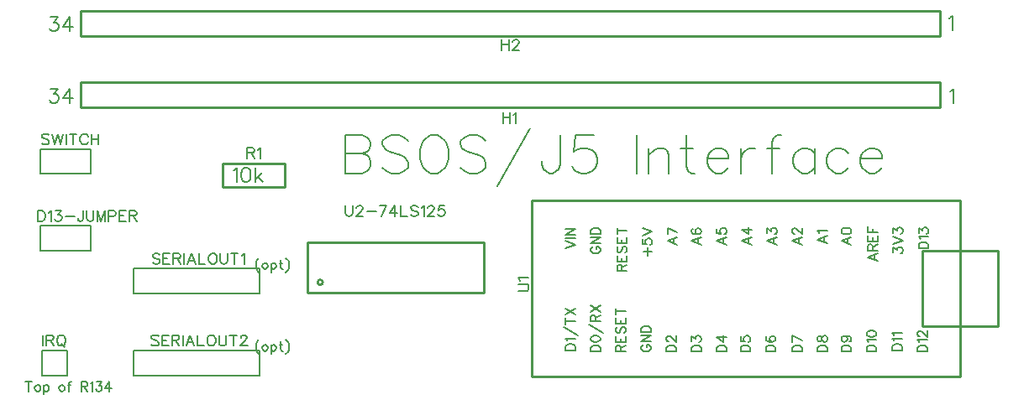
<source format=gto>
G04 Layer: TopSilkLayer*
G04 EasyEDA v6.4.17, 2021-03-07T18:10:31--5:00*
G04 e25061b296f74d69aa4e7e1dce6dd44d,c4bdc1ed97a445b28c1ad428ea0dbb50,10*
G04 Gerber Generator version 0.2*
G04 Scale: 100 percent, Rotated: No, Reflected: No *
G04 Dimensions in millimeters *
G04 leading zeros omitted , absolute positions ,4 integer and 5 decimal *
%FSLAX45Y45*%
%MOMM*%

%ADD10C,0.2540*%
%ADD25C,0.2032*%
%ADD26C,0.2030*%
%ADD27C,0.2286*%
%ADD28C,0.1524*%

%LPD*%
D25*
X895350Y-9716262D02*
G01*
X895350Y-9811765D01*
X863600Y-9716262D02*
G01*
X927354Y-9716262D01*
X979931Y-9748012D02*
G01*
X970787Y-9752584D01*
X961897Y-9761728D01*
X957326Y-9775189D01*
X957326Y-9784334D01*
X961897Y-9798050D01*
X970787Y-9807194D01*
X979931Y-9811765D01*
X993647Y-9811765D01*
X1002792Y-9807194D01*
X1011681Y-9798050D01*
X1016254Y-9784334D01*
X1016254Y-9775189D01*
X1011681Y-9761728D01*
X1002792Y-9752584D01*
X993647Y-9748012D01*
X979931Y-9748012D01*
X1046226Y-9748012D02*
G01*
X1046226Y-9843515D01*
X1046226Y-9761728D02*
G01*
X1055370Y-9752584D01*
X1064513Y-9748012D01*
X1078229Y-9748012D01*
X1087120Y-9752584D01*
X1096263Y-9761728D01*
X1100836Y-9775189D01*
X1100836Y-9784334D01*
X1096263Y-9798050D01*
X1087120Y-9807194D01*
X1078229Y-9811765D01*
X1064513Y-9811765D01*
X1055370Y-9807194D01*
X1046226Y-9798050D01*
X1223518Y-9748012D02*
G01*
X1214628Y-9752584D01*
X1205484Y-9761728D01*
X1200912Y-9775189D01*
X1200912Y-9784334D01*
X1205484Y-9798050D01*
X1214628Y-9807194D01*
X1223518Y-9811765D01*
X1237234Y-9811765D01*
X1246378Y-9807194D01*
X1255521Y-9798050D01*
X1259839Y-9784334D01*
X1259839Y-9775189D01*
X1255521Y-9761728D01*
X1246378Y-9752584D01*
X1237234Y-9748012D01*
X1223518Y-9748012D01*
X1326387Y-9716262D02*
G01*
X1317244Y-9716262D01*
X1308100Y-9720834D01*
X1303528Y-9734295D01*
X1303528Y-9811765D01*
X1290065Y-9748012D02*
G01*
X1321815Y-9748012D01*
X1426210Y-9716262D02*
G01*
X1426210Y-9811765D01*
X1426210Y-9716262D02*
G01*
X1467357Y-9716262D01*
X1480820Y-9720834D01*
X1485392Y-9725405D01*
X1489963Y-9734295D01*
X1489963Y-9743439D01*
X1485392Y-9752584D01*
X1480820Y-9757155D01*
X1467357Y-9761728D01*
X1426210Y-9761728D01*
X1458213Y-9761728D02*
G01*
X1489963Y-9811765D01*
X1519936Y-9734295D02*
G01*
X1529079Y-9729724D01*
X1542795Y-9716262D01*
X1542795Y-9811765D01*
X1581657Y-9716262D02*
G01*
X1631695Y-9716262D01*
X1604518Y-9752584D01*
X1618234Y-9752584D01*
X1627123Y-9757155D01*
X1631695Y-9761728D01*
X1636268Y-9775189D01*
X1636268Y-9784334D01*
X1631695Y-9798050D01*
X1622805Y-9807194D01*
X1609089Y-9811765D01*
X1595373Y-9811765D01*
X1581657Y-9807194D01*
X1577339Y-9802621D01*
X1572768Y-9793478D01*
X1711705Y-9716262D02*
G01*
X1666239Y-9779762D01*
X1734565Y-9779762D01*
X1711705Y-9716262D02*
G01*
X1711705Y-9811765D01*
X4089400Y-7229094D02*
G01*
X4089400Y-7610855D01*
X4089400Y-7229094D02*
G01*
X4252975Y-7229094D01*
X4307586Y-7247128D01*
X4325874Y-7265415D01*
X4343908Y-7301737D01*
X4343908Y-7338060D01*
X4325874Y-7374636D01*
X4307586Y-7392670D01*
X4252975Y-7410958D01*
X4089400Y-7410958D02*
G01*
X4252975Y-7410958D01*
X4307586Y-7428992D01*
X4325874Y-7447279D01*
X4343908Y-7483602D01*
X4343908Y-7538212D01*
X4325874Y-7574534D01*
X4307586Y-7592821D01*
X4252975Y-7610855D01*
X4089400Y-7610855D01*
X4718558Y-7283704D02*
G01*
X4682236Y-7247128D01*
X4627625Y-7229094D01*
X4554727Y-7229094D01*
X4500372Y-7247128D01*
X4464050Y-7283704D01*
X4464050Y-7320026D01*
X4482084Y-7356347D01*
X4500372Y-7374636D01*
X4536693Y-7392670D01*
X4645659Y-7428992D01*
X4682236Y-7447279D01*
X4700270Y-7465313D01*
X4718558Y-7501889D01*
X4718558Y-7556245D01*
X4682236Y-7592821D01*
X4627625Y-7610855D01*
X4554727Y-7610855D01*
X4500372Y-7592821D01*
X4464050Y-7556245D01*
X4947665Y-7229094D02*
G01*
X4911343Y-7247128D01*
X4874768Y-7283704D01*
X4856734Y-7320026D01*
X4838445Y-7374636D01*
X4838445Y-7465313D01*
X4856734Y-7519923D01*
X4874768Y-7556245D01*
X4911343Y-7592821D01*
X4947665Y-7610855D01*
X5020309Y-7610855D01*
X5056631Y-7592821D01*
X5092954Y-7556245D01*
X5111241Y-7519923D01*
X5129275Y-7465313D01*
X5129275Y-7374636D01*
X5111241Y-7320026D01*
X5092954Y-7283704D01*
X5056631Y-7247128D01*
X5020309Y-7229094D01*
X4947665Y-7229094D01*
X5503925Y-7283704D02*
G01*
X5467604Y-7247128D01*
X5412993Y-7229094D01*
X5340350Y-7229094D01*
X5285740Y-7247128D01*
X5249418Y-7283704D01*
X5249418Y-7320026D01*
X5267706Y-7356347D01*
X5285740Y-7374636D01*
X5322061Y-7392670D01*
X5431281Y-7428992D01*
X5467604Y-7447279D01*
X5485638Y-7465313D01*
X5503925Y-7501889D01*
X5503925Y-7556245D01*
X5467604Y-7592821D01*
X5412993Y-7610855D01*
X5340350Y-7610855D01*
X5285740Y-7592821D01*
X5249418Y-7556245D01*
X5951220Y-7156450D02*
G01*
X5624068Y-7738110D01*
X6252972Y-7229094D02*
G01*
X6252972Y-7519923D01*
X6234938Y-7574534D01*
X6216650Y-7592821D01*
X6180327Y-7610855D01*
X6144006Y-7610855D01*
X6107684Y-7592821D01*
X6089395Y-7574534D01*
X6071108Y-7519923D01*
X6071108Y-7483602D01*
X6591300Y-7229094D02*
G01*
X6409436Y-7229094D01*
X6391147Y-7392670D01*
X6409436Y-7374636D01*
X6464045Y-7356347D01*
X6518402Y-7356347D01*
X6573011Y-7374636D01*
X6609334Y-7410958D01*
X6627622Y-7465313D01*
X6627622Y-7501889D01*
X6609334Y-7556245D01*
X6573011Y-7592821D01*
X6518402Y-7610855D01*
X6464045Y-7610855D01*
X6409436Y-7592821D01*
X6391147Y-7574534D01*
X6373113Y-7538212D01*
X7027672Y-7229094D02*
G01*
X7027672Y-7610855D01*
X7147559Y-7356347D02*
G01*
X7147559Y-7610855D01*
X7147559Y-7428992D02*
G01*
X7202170Y-7374636D01*
X7238491Y-7356347D01*
X7293102Y-7356347D01*
X7329424Y-7374636D01*
X7347458Y-7428992D01*
X7347458Y-7610855D01*
X7522209Y-7229094D02*
G01*
X7522209Y-7538212D01*
X7540243Y-7592821D01*
X7576565Y-7610855D01*
X7613141Y-7610855D01*
X7467600Y-7356347D02*
G01*
X7594854Y-7356347D01*
X7733029Y-7465313D02*
G01*
X7951215Y-7465313D01*
X7951215Y-7428992D01*
X7932927Y-7392670D01*
X7914893Y-7374636D01*
X7878572Y-7356347D01*
X7823961Y-7356347D01*
X7787640Y-7374636D01*
X7751318Y-7410958D01*
X7733029Y-7465313D01*
X7733029Y-7501889D01*
X7751318Y-7556245D01*
X7787640Y-7592821D01*
X7823961Y-7610855D01*
X7878572Y-7610855D01*
X7914893Y-7592821D01*
X7951215Y-7556245D01*
X8071104Y-7356347D02*
G01*
X8071104Y-7610855D01*
X8071104Y-7465313D02*
G01*
X8089391Y-7410958D01*
X8125713Y-7374636D01*
X8162036Y-7356347D01*
X8216645Y-7356347D01*
X8482075Y-7229094D02*
G01*
X8445754Y-7229094D01*
X8409431Y-7247128D01*
X8391143Y-7301737D01*
X8391143Y-7610855D01*
X8336788Y-7356347D02*
G01*
X8464041Y-7356347D01*
X8820404Y-7356347D02*
G01*
X8820404Y-7610855D01*
X8820404Y-7410958D02*
G01*
X8783827Y-7374636D01*
X8747506Y-7356347D01*
X8693150Y-7356347D01*
X8656574Y-7374636D01*
X8620252Y-7410958D01*
X8602218Y-7465313D01*
X8602218Y-7501889D01*
X8620252Y-7556245D01*
X8656574Y-7592821D01*
X8693150Y-7610855D01*
X8747506Y-7610855D01*
X8783827Y-7592821D01*
X8820404Y-7556245D01*
X9158477Y-7410958D02*
G01*
X9122156Y-7374636D01*
X9085834Y-7356347D01*
X9031224Y-7356347D01*
X8994902Y-7374636D01*
X8958579Y-7410958D01*
X8940291Y-7465313D01*
X8940291Y-7501889D01*
X8958579Y-7556245D01*
X8994902Y-7592821D01*
X9031224Y-7610855D01*
X9085834Y-7610855D01*
X9122156Y-7592821D01*
X9158477Y-7556245D01*
X9278365Y-7465313D02*
G01*
X9496552Y-7465313D01*
X9496552Y-7428992D01*
X9478518Y-7392670D01*
X9460229Y-7374636D01*
X9423908Y-7356347D01*
X9369297Y-7356347D01*
X9332975Y-7374636D01*
X9296654Y-7410958D01*
X9278365Y-7465313D01*
X9278365Y-7501889D01*
X9296654Y-7556245D01*
X9332975Y-7592821D01*
X9369297Y-7610855D01*
X9423908Y-7610855D01*
X9460229Y-7592821D01*
X9496552Y-7556245D01*
X2959100Y-7584694D02*
G01*
X2972815Y-7578089D01*
X2993136Y-7557515D01*
X2993136Y-7700771D01*
X3078988Y-7557515D02*
G01*
X3058668Y-7564373D01*
X3044952Y-7584694D01*
X3038093Y-7618984D01*
X3038093Y-7639304D01*
X3044952Y-7673339D01*
X3058668Y-7693913D01*
X3078988Y-7700771D01*
X3092704Y-7700771D01*
X3113277Y-7693913D01*
X3126740Y-7673339D01*
X3133597Y-7639304D01*
X3133597Y-7618984D01*
X3126740Y-7584694D01*
X3113277Y-7564373D01*
X3092704Y-7557515D01*
X3078988Y-7557515D01*
X3178556Y-7557515D02*
G01*
X3178556Y-7700771D01*
X3246881Y-7605268D02*
G01*
X3178556Y-7673339D01*
X3205988Y-7646162D02*
G01*
X3253740Y-7700771D01*
X1118615Y-6033515D02*
G01*
X1193545Y-6033515D01*
X1152652Y-6088126D01*
X1172971Y-6088126D01*
X1186687Y-6094984D01*
X1193545Y-6101842D01*
X1200404Y-6122162D01*
X1200404Y-6135878D01*
X1193545Y-6156197D01*
X1179829Y-6169913D01*
X1159510Y-6176771D01*
X1138936Y-6176771D01*
X1118615Y-6169913D01*
X1111757Y-6163055D01*
X1104900Y-6149339D01*
X1313434Y-6033515D02*
G01*
X1245362Y-6129020D01*
X1347723Y-6129020D01*
X1313434Y-6033515D02*
G01*
X1313434Y-6176771D01*
X1118615Y-6757415D02*
G01*
X1193545Y-6757415D01*
X1152652Y-6812026D01*
X1172971Y-6812026D01*
X1186687Y-6818884D01*
X1193545Y-6825742D01*
X1200404Y-6846062D01*
X1200404Y-6859778D01*
X1193545Y-6880097D01*
X1179829Y-6893813D01*
X1159510Y-6900671D01*
X1138936Y-6900671D01*
X1118615Y-6893813D01*
X1111757Y-6886955D01*
X1104900Y-6873239D01*
X1313434Y-6757415D02*
G01*
X1245362Y-6852920D01*
X1347723Y-6852920D01*
X1313434Y-6757415D02*
G01*
X1313434Y-6900671D01*
X10172700Y-6047994D02*
G01*
X10186415Y-6041389D01*
X10206736Y-6020815D01*
X10206736Y-6164071D01*
X10185400Y-6784594D02*
G01*
X10199115Y-6777989D01*
X10219436Y-6757415D01*
X10219436Y-6900671D01*
X3219450Y-9291574D02*
G01*
X3210306Y-9300718D01*
X3201415Y-9314434D01*
X3192272Y-9332468D01*
X3187700Y-9355328D01*
X3187700Y-9373362D01*
X3192272Y-9396221D01*
X3201415Y-9414255D01*
X3210306Y-9427971D01*
X3219450Y-9437115D01*
X3272281Y-9341612D02*
G01*
X3263138Y-9346184D01*
X3253993Y-9355328D01*
X3249422Y-9368789D01*
X3249422Y-9377934D01*
X3253993Y-9391650D01*
X3263138Y-9400794D01*
X3272281Y-9405365D01*
X3285997Y-9405365D01*
X3294888Y-9400794D01*
X3304031Y-9391650D01*
X3308604Y-9377934D01*
X3308604Y-9368789D01*
X3304031Y-9355328D01*
X3294888Y-9346184D01*
X3285997Y-9341612D01*
X3272281Y-9341612D01*
X3338575Y-9341612D02*
G01*
X3338575Y-9437115D01*
X3338575Y-9355328D02*
G01*
X3347720Y-9346184D01*
X3356863Y-9341612D01*
X3370325Y-9341612D01*
X3379470Y-9346184D01*
X3388613Y-9355328D01*
X3393186Y-9368789D01*
X3393186Y-9377934D01*
X3388613Y-9391650D01*
X3379470Y-9400794D01*
X3370325Y-9405365D01*
X3356863Y-9405365D01*
X3347720Y-9400794D01*
X3338575Y-9391650D01*
X3436874Y-9309862D02*
G01*
X3436874Y-9387078D01*
X3441445Y-9400794D01*
X3450336Y-9405365D01*
X3459479Y-9405365D01*
X3423158Y-9341612D02*
G01*
X3454908Y-9341612D01*
X3489452Y-9291574D02*
G01*
X3498595Y-9300718D01*
X3507740Y-9314434D01*
X3516884Y-9332468D01*
X3521456Y-9355328D01*
X3521456Y-9373362D01*
X3516884Y-9396221D01*
X3507740Y-9414255D01*
X3498595Y-9427971D01*
X3489452Y-9437115D01*
X3219450Y-8466074D02*
G01*
X3210306Y-8475218D01*
X3201415Y-8488934D01*
X3192272Y-8506968D01*
X3187700Y-8529828D01*
X3187700Y-8547862D01*
X3192272Y-8570721D01*
X3201415Y-8588755D01*
X3210306Y-8602471D01*
X3219450Y-8611615D01*
X3272281Y-8516112D02*
G01*
X3263138Y-8520684D01*
X3253993Y-8529828D01*
X3249422Y-8543289D01*
X3249422Y-8552434D01*
X3253993Y-8566150D01*
X3263138Y-8575294D01*
X3272281Y-8579865D01*
X3285997Y-8579865D01*
X3294888Y-8575294D01*
X3304031Y-8566150D01*
X3308604Y-8552434D01*
X3308604Y-8543289D01*
X3304031Y-8529828D01*
X3294888Y-8520684D01*
X3285997Y-8516112D01*
X3272281Y-8516112D01*
X3338575Y-8516112D02*
G01*
X3338575Y-8611615D01*
X3338575Y-8529828D02*
G01*
X3347720Y-8520684D01*
X3356863Y-8516112D01*
X3370325Y-8516112D01*
X3379470Y-8520684D01*
X3388613Y-8529828D01*
X3393186Y-8543289D01*
X3393186Y-8552434D01*
X3388613Y-8566150D01*
X3379470Y-8575294D01*
X3370325Y-8579865D01*
X3356863Y-8579865D01*
X3347720Y-8575294D01*
X3338575Y-8566150D01*
X3436874Y-8484362D02*
G01*
X3436874Y-8561578D01*
X3441445Y-8575294D01*
X3450336Y-8579865D01*
X3459479Y-8579865D01*
X3423158Y-8516112D02*
G01*
X3454908Y-8516112D01*
X3489452Y-8466074D02*
G01*
X3498595Y-8475218D01*
X3507740Y-8488934D01*
X3516884Y-8506968D01*
X3521456Y-8529828D01*
X3521456Y-8547862D01*
X3516884Y-8570721D01*
X3507740Y-8588755D01*
X3498595Y-8602471D01*
X3489452Y-8611615D01*
D28*
X1101344Y-7228078D02*
G01*
X1090929Y-7217663D01*
X1075436Y-7212584D01*
X1054607Y-7212584D01*
X1039113Y-7217663D01*
X1028700Y-7228078D01*
X1028700Y-7238492D01*
X1033779Y-7248905D01*
X1039113Y-7254239D01*
X1049528Y-7259320D01*
X1080770Y-7269734D01*
X1090929Y-7274813D01*
X1096263Y-7280147D01*
X1101344Y-7290562D01*
X1101344Y-7306055D01*
X1090929Y-7316470D01*
X1075436Y-7321550D01*
X1054607Y-7321550D01*
X1039113Y-7316470D01*
X1028700Y-7306055D01*
X1135634Y-7212584D02*
G01*
X1161795Y-7321550D01*
X1187704Y-7212584D02*
G01*
X1161795Y-7321550D01*
X1187704Y-7212584D02*
G01*
X1213612Y-7321550D01*
X1239520Y-7212584D02*
G01*
X1213612Y-7321550D01*
X1273810Y-7212584D02*
G01*
X1273810Y-7321550D01*
X1344676Y-7212584D02*
G01*
X1344676Y-7321550D01*
X1308100Y-7212584D02*
G01*
X1380997Y-7212584D01*
X1493265Y-7238492D02*
G01*
X1487931Y-7228078D01*
X1477518Y-7217663D01*
X1467104Y-7212584D01*
X1446529Y-7212584D01*
X1436115Y-7217663D01*
X1425702Y-7228078D01*
X1420368Y-7238492D01*
X1415287Y-7254239D01*
X1415287Y-7280147D01*
X1420368Y-7295642D01*
X1425702Y-7306055D01*
X1436115Y-7316470D01*
X1446529Y-7321550D01*
X1467104Y-7321550D01*
X1477518Y-7316470D01*
X1487931Y-7306055D01*
X1493265Y-7295642D01*
X1527555Y-7212584D02*
G01*
X1527555Y-7321550D01*
X1600200Y-7212584D02*
G01*
X1600200Y-7321550D01*
X1527555Y-7264400D02*
G01*
X1600200Y-7264400D01*
X990600Y-7987284D02*
G01*
X990600Y-8096250D01*
X990600Y-7987284D02*
G01*
X1026921Y-7987284D01*
X1042670Y-7992363D01*
X1052829Y-8002778D01*
X1058163Y-8013192D01*
X1063244Y-8028939D01*
X1063244Y-8054847D01*
X1058163Y-8070342D01*
X1052829Y-8080755D01*
X1042670Y-8091170D01*
X1026921Y-8096250D01*
X990600Y-8096250D01*
X1097534Y-8008112D02*
G01*
X1107947Y-8002778D01*
X1123695Y-7987284D01*
X1123695Y-8096250D01*
X1168400Y-7987284D02*
G01*
X1225550Y-7987284D01*
X1194307Y-8028939D01*
X1209802Y-8028939D01*
X1220215Y-8034020D01*
X1225550Y-8039100D01*
X1230629Y-8054847D01*
X1230629Y-8065262D01*
X1225550Y-8080755D01*
X1215136Y-8091170D01*
X1199387Y-8096250D01*
X1183894Y-8096250D01*
X1168400Y-8091170D01*
X1163065Y-8086089D01*
X1157986Y-8075676D01*
X1264920Y-8049513D02*
G01*
X1358392Y-8049513D01*
X1444752Y-7987284D02*
G01*
X1444752Y-8070342D01*
X1439418Y-8086089D01*
X1434337Y-8091170D01*
X1423923Y-8096250D01*
X1413510Y-8096250D01*
X1403095Y-8091170D01*
X1398015Y-8086089D01*
X1392681Y-8070342D01*
X1392681Y-8059928D01*
X1479042Y-7987284D02*
G01*
X1479042Y-8065262D01*
X1484121Y-8080755D01*
X1494536Y-8091170D01*
X1510029Y-8096250D01*
X1520444Y-8096250D01*
X1536192Y-8091170D01*
X1546605Y-8080755D01*
X1551686Y-8065262D01*
X1551686Y-7987284D01*
X1585976Y-7987284D02*
G01*
X1585976Y-8096250D01*
X1585976Y-7987284D02*
G01*
X1627631Y-8096250D01*
X1669034Y-7987284D02*
G01*
X1627631Y-8096250D01*
X1669034Y-7987284D02*
G01*
X1669034Y-8096250D01*
X1703323Y-7987284D02*
G01*
X1703323Y-8096250D01*
X1703323Y-7987284D02*
G01*
X1750060Y-7987284D01*
X1765807Y-7992363D01*
X1770887Y-7997697D01*
X1776221Y-8008112D01*
X1776221Y-8023605D01*
X1770887Y-8034020D01*
X1765807Y-8039100D01*
X1750060Y-8044434D01*
X1703323Y-8044434D01*
X1810512Y-7987284D02*
G01*
X1810512Y-8096250D01*
X1810512Y-7987284D02*
G01*
X1878076Y-7987284D01*
X1810512Y-8039100D02*
G01*
X1851913Y-8039100D01*
X1810512Y-8096250D02*
G01*
X1878076Y-8096250D01*
X1912365Y-7987284D02*
G01*
X1912365Y-8096250D01*
X1912365Y-7987284D02*
G01*
X1959102Y-7987284D01*
X1974595Y-7992363D01*
X1979929Y-7997697D01*
X1985009Y-8008112D01*
X1985009Y-8018526D01*
X1979929Y-8028939D01*
X1974595Y-8034020D01*
X1959102Y-8039100D01*
X1912365Y-8039100D01*
X1948688Y-8039100D02*
G01*
X1985009Y-8096250D01*
X2218943Y-8434578D02*
G01*
X2208529Y-8424163D01*
X2193036Y-8419084D01*
X2172208Y-8419084D01*
X2156713Y-8424163D01*
X2146300Y-8434578D01*
X2146300Y-8444992D01*
X2151379Y-8455405D01*
X2156713Y-8460739D01*
X2167127Y-8465820D01*
X2198370Y-8476234D01*
X2208529Y-8481313D01*
X2213863Y-8486647D01*
X2218943Y-8497062D01*
X2218943Y-8512555D01*
X2208529Y-8522970D01*
X2193036Y-8528050D01*
X2172208Y-8528050D01*
X2156713Y-8522970D01*
X2146300Y-8512555D01*
X2253234Y-8419084D02*
G01*
X2253234Y-8528050D01*
X2253234Y-8419084D02*
G01*
X2320797Y-8419084D01*
X2253234Y-8470900D02*
G01*
X2294890Y-8470900D01*
X2253234Y-8528050D02*
G01*
X2320797Y-8528050D01*
X2355088Y-8419084D02*
G01*
X2355088Y-8528050D01*
X2355088Y-8419084D02*
G01*
X2401824Y-8419084D01*
X2417572Y-8424163D01*
X2422652Y-8429497D01*
X2427986Y-8439912D01*
X2427986Y-8450326D01*
X2422652Y-8460739D01*
X2417572Y-8465820D01*
X2401824Y-8470900D01*
X2355088Y-8470900D01*
X2391409Y-8470900D02*
G01*
X2427986Y-8528050D01*
X2462275Y-8419084D02*
G01*
X2462275Y-8528050D01*
X2537968Y-8419084D02*
G01*
X2496565Y-8528050D01*
X2537968Y-8419084D02*
G01*
X2579624Y-8528050D01*
X2512059Y-8491728D02*
G01*
X2564129Y-8491728D01*
X2613913Y-8419084D02*
G01*
X2613913Y-8528050D01*
X2613913Y-8528050D02*
G01*
X2676143Y-8528050D01*
X2741675Y-8419084D02*
G01*
X2731261Y-8424163D01*
X2720847Y-8434578D01*
X2715768Y-8444992D01*
X2710434Y-8460739D01*
X2710434Y-8486647D01*
X2715768Y-8502142D01*
X2720847Y-8512555D01*
X2731261Y-8522970D01*
X2741675Y-8528050D01*
X2762504Y-8528050D01*
X2772918Y-8522970D01*
X2783331Y-8512555D01*
X2788411Y-8502142D01*
X2793745Y-8486647D01*
X2793745Y-8460739D01*
X2788411Y-8444992D01*
X2783331Y-8434578D01*
X2772918Y-8424163D01*
X2762504Y-8419084D01*
X2741675Y-8419084D01*
X2828036Y-8419084D02*
G01*
X2828036Y-8497062D01*
X2833115Y-8512555D01*
X2843529Y-8522970D01*
X2859024Y-8528050D01*
X2869438Y-8528050D01*
X2885186Y-8522970D01*
X2895600Y-8512555D01*
X2900679Y-8497062D01*
X2900679Y-8419084D01*
X2971291Y-8419084D02*
G01*
X2971291Y-8528050D01*
X2934970Y-8419084D02*
G01*
X3007613Y-8419084D01*
X3041904Y-8439912D02*
G01*
X3052318Y-8434578D01*
X3068065Y-8419084D01*
X3068065Y-8528050D01*
X2206243Y-9260078D02*
G01*
X2195829Y-9249663D01*
X2180336Y-9244584D01*
X2159508Y-9244584D01*
X2144013Y-9249663D01*
X2133600Y-9260078D01*
X2133600Y-9270492D01*
X2138679Y-9280905D01*
X2144013Y-9286239D01*
X2154427Y-9291320D01*
X2185670Y-9301734D01*
X2195829Y-9306813D01*
X2201163Y-9312147D01*
X2206243Y-9322562D01*
X2206243Y-9338055D01*
X2195829Y-9348470D01*
X2180336Y-9353550D01*
X2159508Y-9353550D01*
X2144013Y-9348470D01*
X2133600Y-9338055D01*
X2240534Y-9244584D02*
G01*
X2240534Y-9353550D01*
X2240534Y-9244584D02*
G01*
X2308097Y-9244584D01*
X2240534Y-9296400D02*
G01*
X2282190Y-9296400D01*
X2240534Y-9353550D02*
G01*
X2308097Y-9353550D01*
X2342388Y-9244584D02*
G01*
X2342388Y-9353550D01*
X2342388Y-9244584D02*
G01*
X2389124Y-9244584D01*
X2404872Y-9249663D01*
X2409952Y-9254997D01*
X2415286Y-9265412D01*
X2415286Y-9275826D01*
X2409952Y-9286239D01*
X2404872Y-9291320D01*
X2389124Y-9296400D01*
X2342388Y-9296400D01*
X2378709Y-9296400D02*
G01*
X2415286Y-9353550D01*
X2449575Y-9244584D02*
G01*
X2449575Y-9353550D01*
X2525268Y-9244584D02*
G01*
X2483865Y-9353550D01*
X2525268Y-9244584D02*
G01*
X2566924Y-9353550D01*
X2499359Y-9317228D02*
G01*
X2551429Y-9317228D01*
X2601213Y-9244584D02*
G01*
X2601213Y-9353550D01*
X2601213Y-9353550D02*
G01*
X2663443Y-9353550D01*
X2728975Y-9244584D02*
G01*
X2718561Y-9249663D01*
X2708147Y-9260078D01*
X2703068Y-9270492D01*
X2697734Y-9286239D01*
X2697734Y-9312147D01*
X2703068Y-9327642D01*
X2708147Y-9338055D01*
X2718561Y-9348470D01*
X2728975Y-9353550D01*
X2749804Y-9353550D01*
X2760218Y-9348470D01*
X2770631Y-9338055D01*
X2775711Y-9327642D01*
X2781045Y-9312147D01*
X2781045Y-9286239D01*
X2775711Y-9270492D01*
X2770631Y-9260078D01*
X2760218Y-9249663D01*
X2749804Y-9244584D01*
X2728975Y-9244584D01*
X2815336Y-9244584D02*
G01*
X2815336Y-9322562D01*
X2820415Y-9338055D01*
X2830829Y-9348470D01*
X2846324Y-9353550D01*
X2856738Y-9353550D01*
X2872486Y-9348470D01*
X2882900Y-9338055D01*
X2887979Y-9322562D01*
X2887979Y-9244584D01*
X2958591Y-9244584D02*
G01*
X2958591Y-9353550D01*
X2922270Y-9244584D02*
G01*
X2994913Y-9244584D01*
X3034538Y-9270492D02*
G01*
X3034538Y-9265412D01*
X3039618Y-9254997D01*
X3044952Y-9249663D01*
X3055365Y-9244584D01*
X3075940Y-9244584D01*
X3086354Y-9249663D01*
X3091688Y-9254997D01*
X3096768Y-9265412D01*
X3096768Y-9275826D01*
X3091688Y-9286239D01*
X3081274Y-9301734D01*
X3029204Y-9353550D01*
X3102102Y-9353550D01*
X5676900Y-6996684D02*
G01*
X5676900Y-7105650D01*
X5749543Y-6996684D02*
G01*
X5749543Y-7105650D01*
X5676900Y-7048500D02*
G01*
X5749543Y-7048500D01*
X5783834Y-7017512D02*
G01*
X5794247Y-7012178D01*
X5809995Y-6996684D01*
X5809995Y-7105650D01*
X5664200Y-6260084D02*
G01*
X5664200Y-6369050D01*
X5736843Y-6260084D02*
G01*
X5736843Y-6369050D01*
X5664200Y-6311900D02*
G01*
X5736843Y-6311900D01*
X5776468Y-6285992D02*
G01*
X5776468Y-6280912D01*
X5781547Y-6270497D01*
X5786881Y-6265163D01*
X5797295Y-6260084D01*
X5817870Y-6260084D01*
X5828284Y-6265163D01*
X5833618Y-6270497D01*
X5838697Y-6280912D01*
X5838697Y-6291326D01*
X5833618Y-6301739D01*
X5823204Y-6317234D01*
X5771134Y-6369050D01*
X5844031Y-6369050D01*
X5828284Y-8801100D02*
G01*
X5906261Y-8801100D01*
X5921756Y-8796020D01*
X5932170Y-8785605D01*
X5937250Y-8769858D01*
X5937250Y-8759444D01*
X5932170Y-8743950D01*
X5921756Y-8733536D01*
X5906261Y-8728455D01*
X5828284Y-8728455D01*
X5849111Y-8694165D02*
G01*
X5843777Y-8683752D01*
X5828284Y-8668004D01*
X5937250Y-8668004D01*
D25*
X6307327Y-9398000D02*
G01*
X6404356Y-9398000D01*
X6307327Y-9398000D02*
G01*
X6307327Y-9365742D01*
X6311900Y-9351771D01*
X6321043Y-9342628D01*
X6330441Y-9338055D01*
X6344158Y-9333229D01*
X6367272Y-9333229D01*
X6381241Y-9338055D01*
X6390386Y-9342628D01*
X6399529Y-9351771D01*
X6404356Y-9365742D01*
X6404356Y-9398000D01*
X6325870Y-9302750D02*
G01*
X6321043Y-9293605D01*
X6307327Y-9279889D01*
X6404356Y-9279889D01*
X6288786Y-9166097D02*
G01*
X6436613Y-9249410D01*
X6307327Y-9103360D02*
G01*
X6404356Y-9103360D01*
X6307327Y-9135618D02*
G01*
X6307327Y-9071102D01*
X6307327Y-9040621D02*
G01*
X6404356Y-8975852D01*
X6307327Y-8975852D02*
G01*
X6404356Y-9040621D01*
X6584441Y-8350758D02*
G01*
X6575043Y-8355329D01*
X6565900Y-8364728D01*
X6561327Y-8373871D01*
X6561327Y-8392413D01*
X6565900Y-8401558D01*
X6575043Y-8410955D01*
X6584441Y-8415528D01*
X6598158Y-8420100D01*
X6621272Y-8420100D01*
X6635241Y-8415528D01*
X6644386Y-8410955D01*
X6653529Y-8401558D01*
X6658356Y-8392413D01*
X6658356Y-8373871D01*
X6653529Y-8364728D01*
X6644386Y-8355329D01*
X6635241Y-8350758D01*
X6621272Y-8350758D01*
X6621272Y-8373871D02*
G01*
X6621272Y-8350758D01*
X6561327Y-8320278D02*
G01*
X6658356Y-8320278D01*
X6561327Y-8320278D02*
G01*
X6658356Y-8255762D01*
X6561327Y-8255762D02*
G01*
X6658356Y-8255762D01*
X6561327Y-8225281D02*
G01*
X6658356Y-8225281D01*
X6561327Y-8225281D02*
G01*
X6561327Y-8192770D01*
X6565900Y-8179054D01*
X6575043Y-8169910D01*
X6584441Y-8165084D01*
X6598158Y-8160512D01*
X6621272Y-8160512D01*
X6635241Y-8165084D01*
X6644386Y-8169910D01*
X6653529Y-8179054D01*
X6658356Y-8192770D01*
X6658356Y-8225281D01*
X7095743Y-8403844D02*
G01*
X7179056Y-8403844D01*
X7137400Y-8445500D02*
G01*
X7137400Y-8362442D01*
X7082027Y-8276589D02*
G01*
X7082027Y-8322563D01*
X7123429Y-8327389D01*
X7118858Y-8322563D01*
X7114286Y-8308847D01*
X7114286Y-8294878D01*
X7118858Y-8281162D01*
X7128256Y-8271763D01*
X7141972Y-8267192D01*
X7151370Y-8267192D01*
X7165086Y-8271763D01*
X7174229Y-8281162D01*
X7179056Y-8294878D01*
X7179056Y-8308847D01*
X7174229Y-8322563D01*
X7169658Y-8327389D01*
X7160513Y-8331962D01*
X7082027Y-8236712D02*
G01*
X7179056Y-8199881D01*
X7082027Y-8162797D02*
G01*
X7179056Y-8199881D01*
X9854184Y-9410700D02*
G01*
X9951211Y-9410700D01*
X9854184Y-9410700D02*
G01*
X9854184Y-9378442D01*
X9859009Y-9364471D01*
X9868154Y-9355328D01*
X9877297Y-9350755D01*
X9891268Y-9345929D01*
X9914381Y-9345929D01*
X9928097Y-9350755D01*
X9937495Y-9355328D01*
X9946640Y-9364471D01*
X9951211Y-9378442D01*
X9951211Y-9410700D01*
X9872725Y-9315450D02*
G01*
X9868154Y-9306305D01*
X9854184Y-9292589D01*
X9951211Y-9292589D01*
X9877297Y-9257284D02*
G01*
X9872725Y-9257284D01*
X9863581Y-9252712D01*
X9859009Y-9248139D01*
X9854184Y-9238995D01*
X9854184Y-9220454D01*
X9859009Y-9211310D01*
X9863581Y-9206484D01*
X9872725Y-9201912D01*
X9881870Y-9201912D01*
X9891268Y-9206484D01*
X9904984Y-9215881D01*
X9951211Y-9262110D01*
X9951211Y-9197339D01*
X6307327Y-8369300D02*
G01*
X6404356Y-8332470D01*
X6307327Y-8295386D02*
G01*
X6404356Y-8332470D01*
X6307327Y-8264905D02*
G01*
X6404356Y-8264905D01*
X6307327Y-8234426D02*
G01*
X6404356Y-8234426D01*
X6307327Y-8234426D02*
G01*
X6404356Y-8169910D01*
X6307327Y-8169910D02*
G01*
X6404356Y-8169910D01*
X9866884Y-8369300D02*
G01*
X9963911Y-8369300D01*
X9866884Y-8369300D02*
G01*
X9866884Y-8337042D01*
X9871709Y-8323071D01*
X9880854Y-8313928D01*
X9889997Y-8309355D01*
X9903968Y-8304529D01*
X9927081Y-8304529D01*
X9940797Y-8309355D01*
X9950195Y-8313928D01*
X9959340Y-8323071D01*
X9963911Y-8337042D01*
X9963911Y-8369300D01*
X9885425Y-8274050D02*
G01*
X9880854Y-8264905D01*
X9866884Y-8251189D01*
X9963911Y-8251189D01*
X9866884Y-8211312D02*
G01*
X9866884Y-8160512D01*
X9903968Y-8188197D01*
X9903968Y-8174481D01*
X9908540Y-8165084D01*
X9913111Y-8160512D01*
X9927081Y-8155939D01*
X9936225Y-8155939D01*
X9950195Y-8160512D01*
X9959340Y-8169910D01*
X9963911Y-8183626D01*
X9963911Y-8197595D01*
X9959340Y-8211312D01*
X9954768Y-8215884D01*
X9945370Y-8220710D01*
X7092441Y-9341358D02*
G01*
X7083043Y-9345929D01*
X7073900Y-9355328D01*
X7069327Y-9364471D01*
X7069327Y-9383013D01*
X7073900Y-9392158D01*
X7083043Y-9401555D01*
X7092441Y-9406128D01*
X7106158Y-9410700D01*
X7129272Y-9410700D01*
X7143241Y-9406128D01*
X7152386Y-9401555D01*
X7161529Y-9392158D01*
X7166356Y-9383013D01*
X7166356Y-9364471D01*
X7161529Y-9355328D01*
X7152386Y-9345929D01*
X7143241Y-9341358D01*
X7129272Y-9341358D01*
X7129272Y-9364471D02*
G01*
X7129272Y-9341358D01*
X7069327Y-9310878D02*
G01*
X7166356Y-9310878D01*
X7069327Y-9310878D02*
G01*
X7166356Y-9246362D01*
X7069327Y-9246362D02*
G01*
X7166356Y-9246362D01*
X7069327Y-9215881D02*
G01*
X7166356Y-9215881D01*
X7069327Y-9215881D02*
G01*
X7069327Y-9183370D01*
X7073900Y-9169654D01*
X7083043Y-9160510D01*
X7092441Y-9155684D01*
X7106158Y-9151112D01*
X7129272Y-9151112D01*
X7143241Y-9155684D01*
X7152386Y-9160510D01*
X7161529Y-9169654D01*
X7166356Y-9183370D01*
X7166356Y-9215881D01*
X6561327Y-9410700D02*
G01*
X6658356Y-9410700D01*
X6561327Y-9410700D02*
G01*
X6561327Y-9378442D01*
X6565900Y-9364471D01*
X6575043Y-9355328D01*
X6584441Y-9350755D01*
X6598158Y-9345929D01*
X6621272Y-9345929D01*
X6635241Y-9350755D01*
X6644386Y-9355328D01*
X6653529Y-9364471D01*
X6658356Y-9378442D01*
X6658356Y-9410700D01*
X6561327Y-9287763D02*
G01*
X6565900Y-9301734D01*
X6579870Y-9310878D01*
X6602729Y-9315450D01*
X6616700Y-9315450D01*
X6639813Y-9310878D01*
X6653529Y-9301734D01*
X6658356Y-9287763D01*
X6658356Y-9278620D01*
X6653529Y-9264650D01*
X6639813Y-9255505D01*
X6616700Y-9250934D01*
X6602729Y-9250934D01*
X6579870Y-9255505D01*
X6565900Y-9264650D01*
X6561327Y-9278620D01*
X6561327Y-9287763D01*
X6542786Y-9137395D02*
G01*
X6690613Y-9220454D01*
X6561327Y-9106915D02*
G01*
X6658356Y-9106915D01*
X6561327Y-9106915D02*
G01*
X6561327Y-9065260D01*
X6565900Y-9051289D01*
X6570472Y-9046718D01*
X6579870Y-9042145D01*
X6589013Y-9042145D01*
X6598158Y-9046718D01*
X6602729Y-9051289D01*
X6607556Y-9065260D01*
X6607556Y-9106915D01*
X6607556Y-9074404D02*
G01*
X6658356Y-9042145D01*
X6561327Y-9011665D02*
G01*
X6658356Y-8947150D01*
X6561327Y-8947150D02*
G01*
X6658356Y-9011665D01*
X6815327Y-9410700D02*
G01*
X6912356Y-9410700D01*
X6815327Y-9410700D02*
G01*
X6815327Y-9369044D01*
X6819900Y-9355328D01*
X6824472Y-9350755D01*
X6833870Y-9345929D01*
X6843013Y-9345929D01*
X6852158Y-9350755D01*
X6856729Y-9355328D01*
X6861556Y-9369044D01*
X6861556Y-9410700D01*
X6861556Y-9378442D02*
G01*
X6912356Y-9345929D01*
X6815327Y-9315450D02*
G01*
X6912356Y-9315450D01*
X6815327Y-9315450D02*
G01*
X6815327Y-9255505D01*
X6861556Y-9315450D02*
G01*
X6861556Y-9278620D01*
X6912356Y-9315450D02*
G01*
X6912356Y-9255505D01*
X6829043Y-9160510D02*
G01*
X6819900Y-9169654D01*
X6815327Y-9183370D01*
X6815327Y-9201912D01*
X6819900Y-9215881D01*
X6829043Y-9225026D01*
X6838441Y-9225026D01*
X6847586Y-9220454D01*
X6852158Y-9215881D01*
X6856729Y-9206484D01*
X6866127Y-9178797D01*
X6870700Y-9169654D01*
X6875272Y-9165081D01*
X6884670Y-9160510D01*
X6898386Y-9160510D01*
X6907529Y-9169654D01*
X6912356Y-9183370D01*
X6912356Y-9201912D01*
X6907529Y-9215881D01*
X6898386Y-9225026D01*
X6815327Y-9130029D02*
G01*
X6912356Y-9130029D01*
X6815327Y-9130029D02*
G01*
X6815327Y-9069831D01*
X6861556Y-9130029D02*
G01*
X6861556Y-9092945D01*
X6912356Y-9130029D02*
G01*
X6912356Y-9069831D01*
X6815327Y-9007094D02*
G01*
X6912356Y-9007094D01*
X6815327Y-9039352D02*
G01*
X6815327Y-8974836D01*
X7323327Y-9410700D02*
G01*
X7420356Y-9410700D01*
X7323327Y-9410700D02*
G01*
X7323327Y-9378442D01*
X7327900Y-9364471D01*
X7337043Y-9355328D01*
X7346441Y-9350755D01*
X7360158Y-9345929D01*
X7383272Y-9345929D01*
X7397241Y-9350755D01*
X7406386Y-9355328D01*
X7415529Y-9364471D01*
X7420356Y-9378442D01*
X7420356Y-9410700D01*
X7346441Y-9310878D02*
G01*
X7341870Y-9310878D01*
X7332472Y-9306305D01*
X7327900Y-9301734D01*
X7323327Y-9292589D01*
X7323327Y-9274047D01*
X7327900Y-9264650D01*
X7332472Y-9260078D01*
X7341870Y-9255505D01*
X7351013Y-9255505D01*
X7360158Y-9260078D01*
X7374127Y-9269476D01*
X7420356Y-9315450D01*
X7420356Y-9250934D01*
X7577327Y-9410700D02*
G01*
X7674356Y-9410700D01*
X7577327Y-9410700D02*
G01*
X7577327Y-9378442D01*
X7581900Y-9364471D01*
X7591043Y-9355328D01*
X7600441Y-9350755D01*
X7614158Y-9345929D01*
X7637272Y-9345929D01*
X7651241Y-9350755D01*
X7660386Y-9355328D01*
X7669529Y-9364471D01*
X7674356Y-9378442D01*
X7674356Y-9410700D01*
X7577327Y-9306305D02*
G01*
X7577327Y-9255505D01*
X7614158Y-9283192D01*
X7614158Y-9269476D01*
X7618729Y-9260078D01*
X7623556Y-9255505D01*
X7637272Y-9250934D01*
X7646670Y-9250934D01*
X7660386Y-9255505D01*
X7669529Y-9264650D01*
X7674356Y-9278620D01*
X7674356Y-9292589D01*
X7669529Y-9306305D01*
X7664958Y-9310878D01*
X7655813Y-9315450D01*
X7831327Y-9410700D02*
G01*
X7928356Y-9410700D01*
X7831327Y-9410700D02*
G01*
X7831327Y-9378442D01*
X7835900Y-9364471D01*
X7845043Y-9355328D01*
X7854441Y-9350755D01*
X7868158Y-9345929D01*
X7891272Y-9345929D01*
X7905241Y-9350755D01*
X7914386Y-9355328D01*
X7923529Y-9364471D01*
X7928356Y-9378442D01*
X7928356Y-9410700D01*
X7831327Y-9269476D02*
G01*
X7895843Y-9315450D01*
X7895843Y-9246362D01*
X7831327Y-9269476D02*
G01*
X7928356Y-9269476D01*
X8072627Y-9410700D02*
G01*
X8169656Y-9410700D01*
X8072627Y-9410700D02*
G01*
X8072627Y-9378442D01*
X8077200Y-9364471D01*
X8086343Y-9355328D01*
X8095741Y-9350755D01*
X8109458Y-9345929D01*
X8132572Y-9345929D01*
X8146541Y-9350755D01*
X8155686Y-9355328D01*
X8164829Y-9364471D01*
X8169656Y-9378442D01*
X8169656Y-9410700D01*
X8072627Y-9260078D02*
G01*
X8072627Y-9306305D01*
X8114029Y-9310878D01*
X8109458Y-9306305D01*
X8104886Y-9292589D01*
X8104886Y-9278620D01*
X8109458Y-9264650D01*
X8118856Y-9255505D01*
X8132572Y-9250934D01*
X8141970Y-9250934D01*
X8155686Y-9255505D01*
X8164829Y-9264650D01*
X8169656Y-9278620D01*
X8169656Y-9292589D01*
X8164829Y-9306305D01*
X8160258Y-9310878D01*
X8151113Y-9315450D01*
X8326627Y-9410700D02*
G01*
X8423656Y-9410700D01*
X8326627Y-9410700D02*
G01*
X8326627Y-9378442D01*
X8331200Y-9364471D01*
X8340343Y-9355328D01*
X8349741Y-9350755D01*
X8363458Y-9345929D01*
X8386572Y-9345929D01*
X8400541Y-9350755D01*
X8409686Y-9355328D01*
X8418829Y-9364471D01*
X8423656Y-9378442D01*
X8423656Y-9410700D01*
X8340343Y-9260078D02*
G01*
X8331200Y-9264650D01*
X8326627Y-9278620D01*
X8326627Y-9287763D01*
X8331200Y-9301734D01*
X8345170Y-9310878D01*
X8368029Y-9315450D01*
X8391143Y-9315450D01*
X8409686Y-9310878D01*
X8418829Y-9301734D01*
X8423656Y-9287763D01*
X8423656Y-9283192D01*
X8418829Y-9269476D01*
X8409686Y-9260078D01*
X8395970Y-9255505D01*
X8391143Y-9255505D01*
X8377427Y-9260078D01*
X8368029Y-9269476D01*
X8363458Y-9283192D01*
X8363458Y-9287763D01*
X8368029Y-9301734D01*
X8377427Y-9310878D01*
X8391143Y-9315450D01*
X8593327Y-9410700D02*
G01*
X8690356Y-9410700D01*
X8593327Y-9410700D02*
G01*
X8593327Y-9378442D01*
X8597900Y-9364471D01*
X8607043Y-9355328D01*
X8616441Y-9350755D01*
X8630158Y-9345929D01*
X8653272Y-9345929D01*
X8667241Y-9350755D01*
X8676386Y-9355328D01*
X8685529Y-9364471D01*
X8690356Y-9378442D01*
X8690356Y-9410700D01*
X8593327Y-9250934D02*
G01*
X8690356Y-9297162D01*
X8593327Y-9315450D02*
G01*
X8593327Y-9250934D01*
X8847327Y-9410700D02*
G01*
X8944356Y-9410700D01*
X8847327Y-9410700D02*
G01*
X8847327Y-9378442D01*
X8851900Y-9364471D01*
X8861043Y-9355328D01*
X8870441Y-9350755D01*
X8884158Y-9345929D01*
X8907272Y-9345929D01*
X8921241Y-9350755D01*
X8930386Y-9355328D01*
X8939529Y-9364471D01*
X8944356Y-9378442D01*
X8944356Y-9410700D01*
X8847327Y-9292589D02*
G01*
X8851900Y-9306305D01*
X8861043Y-9310878D01*
X8870441Y-9310878D01*
X8879586Y-9306305D01*
X8884158Y-9297162D01*
X8888729Y-9278620D01*
X8893556Y-9264650D01*
X8902700Y-9255505D01*
X8911843Y-9250934D01*
X8925813Y-9250934D01*
X8934958Y-9255505D01*
X8939529Y-9260078D01*
X8944356Y-9274047D01*
X8944356Y-9292589D01*
X8939529Y-9306305D01*
X8934958Y-9310878D01*
X8925813Y-9315450D01*
X8911843Y-9315450D01*
X8902700Y-9310878D01*
X8893556Y-9301734D01*
X8888729Y-9287763D01*
X8884158Y-9269476D01*
X8879586Y-9260078D01*
X8870441Y-9255505D01*
X8861043Y-9255505D01*
X8851900Y-9260078D01*
X8847327Y-9274047D01*
X8847327Y-9292589D01*
X9088627Y-9410700D02*
G01*
X9185656Y-9410700D01*
X9088627Y-9410700D02*
G01*
X9088627Y-9378442D01*
X9093200Y-9364471D01*
X9102343Y-9355328D01*
X9111741Y-9350755D01*
X9125458Y-9345929D01*
X9148572Y-9345929D01*
X9162541Y-9350755D01*
X9171686Y-9355328D01*
X9180829Y-9364471D01*
X9185656Y-9378442D01*
X9185656Y-9410700D01*
X9120886Y-9255505D02*
G01*
X9134856Y-9260078D01*
X9144000Y-9269476D01*
X9148572Y-9283192D01*
X9148572Y-9287763D01*
X9144000Y-9301734D01*
X9134856Y-9310878D01*
X9120886Y-9315450D01*
X9116313Y-9315450D01*
X9102343Y-9310878D01*
X9093200Y-9301734D01*
X9088627Y-9287763D01*
X9088627Y-9283192D01*
X9093200Y-9269476D01*
X9102343Y-9260078D01*
X9120886Y-9255505D01*
X9144000Y-9255505D01*
X9167113Y-9260078D01*
X9180829Y-9269476D01*
X9185656Y-9283192D01*
X9185656Y-9292589D01*
X9180829Y-9306305D01*
X9171686Y-9310878D01*
X9342627Y-9410700D02*
G01*
X9439656Y-9410700D01*
X9342627Y-9410700D02*
G01*
X9342627Y-9378442D01*
X9347200Y-9364471D01*
X9356343Y-9355328D01*
X9365741Y-9350755D01*
X9379458Y-9345929D01*
X9402572Y-9345929D01*
X9416541Y-9350755D01*
X9425686Y-9355328D01*
X9434829Y-9364471D01*
X9439656Y-9378442D01*
X9439656Y-9410700D01*
X9361170Y-9315450D02*
G01*
X9356343Y-9306305D01*
X9342627Y-9292589D01*
X9439656Y-9292589D01*
X9342627Y-9234170D02*
G01*
X9347200Y-9248139D01*
X9361170Y-9257284D01*
X9384029Y-9262110D01*
X9398000Y-9262110D01*
X9421113Y-9257284D01*
X9434829Y-9248139D01*
X9439656Y-9234170D01*
X9439656Y-9225026D01*
X9434829Y-9211310D01*
X9421113Y-9201912D01*
X9398000Y-9197339D01*
X9384029Y-9197339D01*
X9361170Y-9201912D01*
X9347200Y-9211310D01*
X9342627Y-9225026D01*
X9342627Y-9234170D01*
X9600184Y-9398000D02*
G01*
X9697211Y-9398000D01*
X9600184Y-9398000D02*
G01*
X9600184Y-9365742D01*
X9605009Y-9351771D01*
X9614154Y-9342628D01*
X9623297Y-9338055D01*
X9637268Y-9333229D01*
X9660381Y-9333229D01*
X9674097Y-9338055D01*
X9683495Y-9342628D01*
X9692640Y-9351771D01*
X9697211Y-9365742D01*
X9697211Y-9398000D01*
X9618725Y-9302750D02*
G01*
X9614154Y-9293605D01*
X9600184Y-9279889D01*
X9697211Y-9279889D01*
X9618725Y-9249410D02*
G01*
X9614154Y-9240012D01*
X9600184Y-9226295D01*
X9697211Y-9226295D01*
X9609327Y-8410955D02*
G01*
X9609327Y-8360155D01*
X9646158Y-8387842D01*
X9646158Y-8373871D01*
X9650729Y-8364728D01*
X9655556Y-8360155D01*
X9669272Y-8355329D01*
X9678670Y-8355329D01*
X9692386Y-8360155D01*
X9701529Y-8369300D01*
X9706356Y-8383270D01*
X9706356Y-8396986D01*
X9701529Y-8410955D01*
X9696958Y-8415528D01*
X9687813Y-8420100D01*
X9609327Y-8324850D02*
G01*
X9706356Y-8288020D01*
X9609327Y-8251189D02*
G01*
X9706356Y-8288020D01*
X9609327Y-8211312D02*
G01*
X9609327Y-8160512D01*
X9646158Y-8188197D01*
X9646158Y-8174481D01*
X9650729Y-8165084D01*
X9655556Y-8160512D01*
X9669272Y-8155939D01*
X9678670Y-8155939D01*
X9692386Y-8160512D01*
X9701529Y-8169910D01*
X9706356Y-8183626D01*
X9706356Y-8197595D01*
X9701529Y-8211312D01*
X9696958Y-8215884D01*
X9687813Y-8220710D01*
X9355327Y-8459470D02*
G01*
X9452356Y-8496300D01*
X9355327Y-8459470D02*
G01*
X9452356Y-8422386D01*
X9419843Y-8482329D02*
G01*
X9419843Y-8436355D01*
X9355327Y-8391905D02*
G01*
X9452356Y-8391905D01*
X9355327Y-8391905D02*
G01*
X9355327Y-8350250D01*
X9359900Y-8336534D01*
X9364472Y-8331962D01*
X9373870Y-8327389D01*
X9383013Y-8327389D01*
X9392158Y-8331962D01*
X9396729Y-8336534D01*
X9401556Y-8350250D01*
X9401556Y-8391905D01*
X9401556Y-8359647D02*
G01*
X9452356Y-8327389D01*
X9355327Y-8296910D02*
G01*
X9452356Y-8296910D01*
X9355327Y-8296910D02*
G01*
X9355327Y-8236712D01*
X9401556Y-8296910D02*
G01*
X9401556Y-8259826D01*
X9452356Y-8296910D02*
G01*
X9452356Y-8236712D01*
X9355327Y-8206231D02*
G01*
X9452356Y-8206231D01*
X9355327Y-8206231D02*
G01*
X9355327Y-8146287D01*
X9401556Y-8206231D02*
G01*
X9401556Y-8169402D01*
X9088627Y-8294370D02*
G01*
X9185656Y-8331200D01*
X9088627Y-8294370D02*
G01*
X9185656Y-8257286D01*
X9153143Y-8317229D02*
G01*
X9153143Y-8271255D01*
X9088627Y-8199120D02*
G01*
X9093200Y-8213089D01*
X9107170Y-8222234D01*
X9130029Y-8226805D01*
X9144000Y-8226805D01*
X9167113Y-8222234D01*
X9180829Y-8213089D01*
X9185656Y-8199120D01*
X9185656Y-8189976D01*
X9180829Y-8176005D01*
X9167113Y-8166862D01*
X9144000Y-8162289D01*
X9130029Y-8162289D01*
X9107170Y-8166862D01*
X9093200Y-8176005D01*
X9088627Y-8189976D01*
X9088627Y-8199120D01*
X8847327Y-8281670D02*
G01*
X8944356Y-8318500D01*
X8847327Y-8281670D02*
G01*
X8944356Y-8244586D01*
X8911843Y-8304529D02*
G01*
X8911843Y-8258555D01*
X8865870Y-8214105D02*
G01*
X8861043Y-8204962D01*
X8847327Y-8190992D01*
X8944356Y-8190992D01*
X8593327Y-8294370D02*
G01*
X8690356Y-8331200D01*
X8593327Y-8294370D02*
G01*
X8690356Y-8257286D01*
X8657843Y-8317229D02*
G01*
X8657843Y-8271255D01*
X8616441Y-8222234D02*
G01*
X8611870Y-8222234D01*
X8602472Y-8217662D01*
X8597900Y-8213089D01*
X8593327Y-8203692D01*
X8593327Y-8185150D01*
X8597900Y-8176005D01*
X8602472Y-8171434D01*
X8611870Y-8166862D01*
X8621013Y-8166862D01*
X8630158Y-8171434D01*
X8644127Y-8180578D01*
X8690356Y-8226805D01*
X8690356Y-8162289D01*
X8339327Y-8294370D02*
G01*
X8436356Y-8331200D01*
X8339327Y-8294370D02*
G01*
X8436356Y-8257286D01*
X8403843Y-8317229D02*
G01*
X8403843Y-8271255D01*
X8339327Y-8217662D02*
G01*
X8339327Y-8166862D01*
X8376158Y-8194547D01*
X8376158Y-8180578D01*
X8380729Y-8171434D01*
X8385556Y-8166862D01*
X8399272Y-8162289D01*
X8408670Y-8162289D01*
X8422386Y-8166862D01*
X8431529Y-8176005D01*
X8436356Y-8189976D01*
X8436356Y-8203692D01*
X8431529Y-8217662D01*
X8426958Y-8222234D01*
X8417813Y-8226805D01*
X8085327Y-8294370D02*
G01*
X8182356Y-8331200D01*
X8085327Y-8294370D02*
G01*
X8182356Y-8257286D01*
X8149843Y-8317229D02*
G01*
X8149843Y-8271255D01*
X8085327Y-8180578D02*
G01*
X8149843Y-8226805D01*
X8149843Y-8157463D01*
X8085327Y-8180578D02*
G01*
X8182356Y-8180578D01*
X7831327Y-8294370D02*
G01*
X7928356Y-8331200D01*
X7831327Y-8294370D02*
G01*
X7928356Y-8257286D01*
X7895843Y-8317229D02*
G01*
X7895843Y-8271255D01*
X7831327Y-8171434D02*
G01*
X7831327Y-8217662D01*
X7872729Y-8222234D01*
X7868158Y-8217662D01*
X7863586Y-8203692D01*
X7863586Y-8189976D01*
X7868158Y-8176005D01*
X7877556Y-8166862D01*
X7891272Y-8162289D01*
X7900670Y-8162289D01*
X7914386Y-8166862D01*
X7923529Y-8176005D01*
X7928356Y-8189976D01*
X7928356Y-8203692D01*
X7923529Y-8217662D01*
X7918958Y-8222234D01*
X7909813Y-8226805D01*
X7577327Y-8294370D02*
G01*
X7674356Y-8331200D01*
X7577327Y-8294370D02*
G01*
X7674356Y-8257286D01*
X7641843Y-8317229D02*
G01*
X7641843Y-8271255D01*
X7591043Y-8171434D02*
G01*
X7581900Y-8176005D01*
X7577327Y-8189976D01*
X7577327Y-8199120D01*
X7581900Y-8213089D01*
X7595870Y-8222234D01*
X7618729Y-8226805D01*
X7641843Y-8226805D01*
X7660386Y-8222234D01*
X7669529Y-8213089D01*
X7674356Y-8199120D01*
X7674356Y-8194547D01*
X7669529Y-8180578D01*
X7660386Y-8171434D01*
X7646670Y-8166862D01*
X7641843Y-8166862D01*
X7628127Y-8171434D01*
X7618729Y-8180578D01*
X7614158Y-8194547D01*
X7614158Y-8199120D01*
X7618729Y-8213089D01*
X7628127Y-8222234D01*
X7641843Y-8226805D01*
X7336027Y-8294370D02*
G01*
X7433056Y-8331200D01*
X7336027Y-8294370D02*
G01*
X7433056Y-8257286D01*
X7400543Y-8317229D02*
G01*
X7400543Y-8271255D01*
X7336027Y-8162289D02*
G01*
X7433056Y-8208263D01*
X7336027Y-8226805D02*
G01*
X7336027Y-8162289D01*
X6828027Y-8597900D02*
G01*
X6925056Y-8597900D01*
X6828027Y-8597900D02*
G01*
X6828027Y-8556244D01*
X6832600Y-8542528D01*
X6837172Y-8537955D01*
X6846570Y-8533129D01*
X6855713Y-8533129D01*
X6864858Y-8537955D01*
X6869429Y-8542528D01*
X6874256Y-8556244D01*
X6874256Y-8597900D01*
X6874256Y-8565642D02*
G01*
X6925056Y-8533129D01*
X6828027Y-8502650D02*
G01*
X6925056Y-8502650D01*
X6828027Y-8502650D02*
G01*
X6828027Y-8442705D01*
X6874256Y-8502650D02*
G01*
X6874256Y-8465820D01*
X6925056Y-8502650D02*
G01*
X6925056Y-8442705D01*
X6841743Y-8347710D02*
G01*
X6832600Y-8356854D01*
X6828027Y-8370570D01*
X6828027Y-8389112D01*
X6832600Y-8403081D01*
X6841743Y-8412226D01*
X6851141Y-8412226D01*
X6860286Y-8407654D01*
X6864858Y-8403081D01*
X6869429Y-8393684D01*
X6878827Y-8365997D01*
X6883400Y-8356854D01*
X6887972Y-8352281D01*
X6897370Y-8347710D01*
X6911086Y-8347710D01*
X6920229Y-8356854D01*
X6925056Y-8370570D01*
X6925056Y-8389112D01*
X6920229Y-8403081D01*
X6911086Y-8412226D01*
X6828027Y-8317229D02*
G01*
X6925056Y-8317229D01*
X6828027Y-8317229D02*
G01*
X6828027Y-8257031D01*
X6874256Y-8317229D02*
G01*
X6874256Y-8280145D01*
X6925056Y-8317229D02*
G01*
X6925056Y-8257031D01*
X6828027Y-8194294D02*
G01*
X6925056Y-8194294D01*
X6828027Y-8226552D02*
G01*
X6828027Y-8162036D01*
D28*
X1041400Y-9244584D02*
G01*
X1041400Y-9353550D01*
X1075689Y-9244584D02*
G01*
X1075689Y-9353550D01*
X1075689Y-9244584D02*
G01*
X1122426Y-9244584D01*
X1137920Y-9249663D01*
X1143254Y-9254997D01*
X1148334Y-9265412D01*
X1148334Y-9275826D01*
X1143254Y-9286239D01*
X1137920Y-9291320D01*
X1122426Y-9296400D01*
X1075689Y-9296400D01*
X1112012Y-9296400D02*
G01*
X1148334Y-9353550D01*
X1213865Y-9244584D02*
G01*
X1203452Y-9249663D01*
X1193037Y-9260078D01*
X1187957Y-9270492D01*
X1182623Y-9286239D01*
X1182623Y-9312147D01*
X1187957Y-9327642D01*
X1193037Y-9338055D01*
X1203452Y-9348470D01*
X1213865Y-9353550D01*
X1234694Y-9353550D01*
X1245107Y-9348470D01*
X1255521Y-9338055D01*
X1260602Y-9327642D01*
X1265936Y-9312147D01*
X1265936Y-9286239D01*
X1260602Y-9270492D01*
X1255521Y-9260078D01*
X1245107Y-9249663D01*
X1234694Y-9244584D01*
X1213865Y-9244584D01*
X1229360Y-9332976D02*
G01*
X1260602Y-9363963D01*
X4089400Y-7936484D02*
G01*
X4089400Y-8014462D01*
X4094479Y-8029955D01*
X4104893Y-8040370D01*
X4120641Y-8045450D01*
X4131056Y-8045450D01*
X4146550Y-8040370D01*
X4156963Y-8029955D01*
X4162043Y-8014462D01*
X4162043Y-7936484D01*
X4201668Y-7962392D02*
G01*
X4201668Y-7957312D01*
X4206747Y-7946897D01*
X4212081Y-7941563D01*
X4222495Y-7936484D01*
X4243070Y-7936484D01*
X4253484Y-7941563D01*
X4258818Y-7946897D01*
X4263897Y-7957312D01*
X4263897Y-7967726D01*
X4258818Y-7978139D01*
X4248404Y-7993634D01*
X4196334Y-8045450D01*
X4269231Y-8045450D01*
X4303522Y-7998713D02*
G01*
X4396993Y-7998713D01*
X4503927Y-7936484D02*
G01*
X4452111Y-8045450D01*
X4431284Y-7936484D02*
G01*
X4503927Y-7936484D01*
X4590288Y-7936484D02*
G01*
X4538218Y-8009128D01*
X4616195Y-8009128D01*
X4590288Y-7936484D02*
G01*
X4590288Y-8045450D01*
X4650486Y-7936484D02*
G01*
X4650486Y-8045450D01*
X4650486Y-8045450D02*
G01*
X4712970Y-8045450D01*
X4819904Y-7951978D02*
G01*
X4809490Y-7941563D01*
X4793995Y-7936484D01*
X4773168Y-7936484D01*
X4757420Y-7941563D01*
X4747259Y-7951978D01*
X4747259Y-7962392D01*
X4752340Y-7972805D01*
X4757420Y-7978139D01*
X4767834Y-7983220D01*
X4799075Y-7993634D01*
X4809490Y-7998713D01*
X4814570Y-8004047D01*
X4819904Y-8014462D01*
X4819904Y-8029955D01*
X4809490Y-8040370D01*
X4793995Y-8045450D01*
X4773168Y-8045450D01*
X4757420Y-8040370D01*
X4747259Y-8029955D01*
X4854193Y-7957312D02*
G01*
X4864608Y-7951978D01*
X4880102Y-7936484D01*
X4880102Y-8045450D01*
X4919725Y-7962392D02*
G01*
X4919725Y-7957312D01*
X4924806Y-7946897D01*
X4930140Y-7941563D01*
X4940300Y-7936484D01*
X4961127Y-7936484D01*
X4971541Y-7941563D01*
X4976875Y-7946897D01*
X4981956Y-7957312D01*
X4981956Y-7967726D01*
X4976875Y-7978139D01*
X4966461Y-7993634D01*
X4914391Y-8045450D01*
X4987290Y-8045450D01*
X5083809Y-7936484D02*
G01*
X5031740Y-7936484D01*
X5026659Y-7983220D01*
X5031740Y-7978139D01*
X5047488Y-7972805D01*
X5062981Y-7972805D01*
X5078729Y-7978139D01*
X5088890Y-7988300D01*
X5094224Y-8004047D01*
X5094224Y-8014462D01*
X5088890Y-8029955D01*
X5078729Y-8040370D01*
X5062981Y-8045450D01*
X5047488Y-8045450D01*
X5031740Y-8040370D01*
X5026659Y-8035289D01*
X5021579Y-8024876D01*
X3098800Y-7352284D02*
G01*
X3098800Y-7461250D01*
X3098800Y-7352284D02*
G01*
X3145536Y-7352284D01*
X3161029Y-7357363D01*
X3166363Y-7362697D01*
X3171443Y-7373112D01*
X3171443Y-7383526D01*
X3166363Y-7393939D01*
X3161029Y-7399020D01*
X3145536Y-7404100D01*
X3098800Y-7404100D01*
X3135122Y-7404100D02*
G01*
X3171443Y-7461250D01*
X3205734Y-7373112D02*
G01*
X3216147Y-7367778D01*
X3231895Y-7352284D01*
X3231895Y-7461250D01*
D25*
X1524000Y-7366000D02*
G01*
X1524000Y-7617460D01*
X1016000Y-7617460D01*
X1016000Y-7366000D01*
X1524000Y-7366000D01*
X1524000Y-8140700D02*
G01*
X1524000Y-8392160D01*
X1016000Y-8392160D01*
X1016000Y-8140700D01*
X1524000Y-8140700D01*
X2146300Y-8572500D02*
G01*
X1955800Y-8572500D01*
X1955800Y-8826500D01*
X3225800Y-8826500D01*
X3225800Y-8572500D01*
D26*
X3225800Y-8572500D02*
G01*
X2146300Y-8572500D01*
D25*
X2146300Y-9398000D02*
G01*
X1955800Y-9398000D01*
X1955800Y-9652000D01*
X3225800Y-9652000D01*
X3225800Y-9398000D01*
D26*
X3225800Y-9398000D02*
G01*
X2146300Y-9398000D01*
D10*
X10083800Y-6946900D02*
G01*
X1422400Y-6946900D01*
X1422400Y-6692900D01*
X10083800Y-6692900D01*
X10083800Y-6946900D01*
X10083800Y-6223000D02*
G01*
X1422400Y-6223000D01*
X1422400Y-5969000D01*
X10083800Y-5969000D01*
X10083800Y-6223000D01*
X10287000Y-9664700D02*
G01*
X10287000Y-7886700D01*
X10287000Y-7886700D02*
G01*
X5969000Y-7886700D01*
X5969000Y-7886700D02*
G01*
X5969000Y-9664700D01*
X5969000Y-9664700D02*
G01*
X10287000Y-9664700D01*
X9906000Y-9156700D02*
G01*
X10668000Y-9156700D01*
X10668000Y-8394700D01*
X9906000Y-8394700D01*
X9906000Y-9156700D01*
D25*
X1282700Y-9652000D02*
G01*
X1028700Y-9652000D01*
X1028700Y-9398000D01*
X1282700Y-9398000D01*
X1282700Y-9588500D01*
D26*
X1282700Y-9652000D02*
G01*
X1282700Y-9588500D01*
D27*
X3708400Y-8813800D02*
G01*
X5486400Y-8813800D01*
X5486400Y-8305800D01*
X3708400Y-8305800D01*
X3708400Y-8813800D01*
D10*
X2847340Y-7752079D02*
G01*
X2847340Y-7513320D01*
X2847340Y-7513320D02*
G01*
X3477259Y-7513320D01*
X3477259Y-7513320D02*
G01*
X3477259Y-7752079D01*
X3477259Y-7752079D02*
G01*
X2847340Y-7752079D01*
G75*
G01
X3860800Y-8712200D02*
G03X3860800Y-8712200I-25400J0D01*
M02*

</source>
